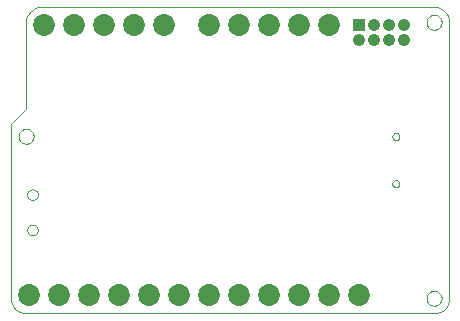
<source format=gbr>
G04 PROTEUS RS274X GERBER FILE*
%FSLAX45Y45*%
%MOMM*%
G01*
%ADD35C,1.854000*%
%AMPPAD041*
4,1,48,
-0.323000,0.526200,
0.323000,0.526200,
0.344120,0.525170,
0.364550,0.522160,
0.402970,0.510520,
0.437520,0.492040,
0.467460,0.467460,
0.492040,0.437520,
0.510520,0.402970,
0.522160,0.364550,
0.525170,0.344120,
0.526200,0.323000,
0.526200,-0.323000,
0.525170,-0.344120,
0.522160,-0.364550,
0.510520,-0.402970,
0.492040,-0.437520,
0.467460,-0.467460,
0.437520,-0.492040,
0.402970,-0.510520,
0.364550,-0.522160,
0.344120,-0.525170,
0.323000,-0.526200,
-0.323000,-0.526200,
-0.344120,-0.525170,
-0.364550,-0.522160,
-0.384200,-0.517240,
-0.402970,-0.510520,
-0.437520,-0.492040,
-0.467460,-0.467460,
-0.492040,-0.437520,
-0.510520,-0.402970,
-0.517240,-0.384200,
-0.522160,-0.364550,
-0.525170,-0.344120,
-0.526200,-0.323000,
-0.526200,0.323000,
-0.525170,0.344120,
-0.522160,0.364550,
-0.517240,0.384200,
-0.510520,0.402970,
-0.492040,0.437520,
-0.467460,0.467460,
-0.437520,0.492040,
-0.402970,0.510520,
-0.384200,0.517240,
-0.364550,0.522160,
-0.344120,0.525170,
-0.323000,0.526200,
0*%
%ADD47PPAD041*%
%ADD48C,1.052400*%
%ADD73C,0.025400*%
D35*
X+2540000Y+2286000D03*
X+2286000Y+2286000D03*
X+2032000Y+2286000D03*
X+1778000Y+2286000D03*
X+1524000Y+2286000D03*
X+1143000Y+2286000D03*
X+889000Y+2286000D03*
X+635000Y+2286000D03*
X+381000Y+2286000D03*
X+127000Y+2286000D03*
X+0Y+0D03*
X+254000Y+0D03*
X+508000Y+0D03*
X+762000Y+0D03*
X+1016000Y+0D03*
X+1270000Y+0D03*
X+1524000Y+0D03*
X+1778000Y+0D03*
X+2032000Y+0D03*
X+2286000Y+0D03*
X+2540000Y+0D03*
X+2794000Y+0D03*
X+2540000Y+2286000D03*
X+2286000Y+2286000D03*
X+2032000Y+2286000D03*
X+1778000Y+2286000D03*
X+1524000Y+2286000D03*
X+1143000Y+2286000D03*
X+889000Y+2286000D03*
X+635000Y+2286000D03*
X+381000Y+2286000D03*
X+127000Y+2286000D03*
X+0Y+0D03*
X+254000Y+0D03*
X+508000Y+0D03*
X+762000Y+0D03*
X+1016000Y+0D03*
X+1270000Y+0D03*
X+1524000Y+0D03*
X+1778000Y+0D03*
X+2032000Y+0D03*
X+2286000Y+0D03*
X+2540000Y+0D03*
X+2794000Y+0D03*
D47*
X+2794000Y+2286000D03*
D48*
X+2794000Y+2159000D03*
X+2921000Y+2286000D03*
X+2921000Y+2159000D03*
X+3048000Y+2286000D03*
X+3048000Y+2159000D03*
X+3175000Y+2286000D03*
X+3175000Y+2159000D03*
D73*
X-152400Y-25400D02*
X-149873Y-51367D01*
X-142602Y-75381D01*
X-131052Y-96977D01*
X-115689Y-115689D01*
X-96977Y-131052D01*
X-75381Y-142602D01*
X-51367Y-149873D01*
X-25400Y-152400D01*
X+3429000Y-152400D01*
X+3454967Y-149873D01*
X+3478981Y-142602D01*
X+3500577Y-131052D01*
X+3519289Y-115689D01*
X+3534652Y-96977D01*
X+3546202Y-75381D01*
X+3553473Y-51367D01*
X+3556000Y-25400D01*
X+3556000Y+2311400D01*
X+3553473Y+2337367D01*
X+3546202Y+2361381D01*
X+3534652Y+2382977D01*
X+3519289Y+2401689D01*
X+3500577Y+2417052D01*
X+3478981Y+2428602D01*
X+3454967Y+2435873D01*
X+3429000Y+2438400D01*
X+101600Y+2438400D01*
X+75632Y+2435873D01*
X+51618Y+2428602D01*
X+30023Y+2417052D01*
X+11311Y+2401689D01*
X-4052Y+2382977D01*
X-15602Y+2361381D01*
X-22873Y+2337367D01*
X-25400Y+2311400D01*
X-25400Y+1574800D01*
X-152400Y+1447800D01*
X-152400Y-25400D01*
X+3492500Y-25400D02*
X+3492283Y-20153D01*
X+3490518Y-9658D01*
X+3486826Y+837D01*
X+3480798Y+11332D01*
X+3471576Y+21712D01*
X+3461081Y+29400D01*
X+3450586Y+34318D01*
X+3440091Y+37124D01*
X+3429596Y+38097D01*
X+3429000Y+38100D01*
X+3365500Y-25400D02*
X+3365717Y-20153D01*
X+3367482Y-9658D01*
X+3371174Y+837D01*
X+3377202Y+11332D01*
X+3386424Y+21712D01*
X+3396919Y+29400D01*
X+3407414Y+34318D01*
X+3417909Y+37124D01*
X+3428404Y+38097D01*
X+3429000Y+38100D01*
X+3365500Y-25400D02*
X+3365717Y-30647D01*
X+3367482Y-41142D01*
X+3371174Y-51637D01*
X+3377202Y-62132D01*
X+3386424Y-72512D01*
X+3396919Y-80200D01*
X+3407414Y-85118D01*
X+3417909Y-87924D01*
X+3428404Y-88897D01*
X+3429000Y-88900D01*
X+3492500Y-25400D02*
X+3492283Y-30647D01*
X+3490518Y-41142D01*
X+3486826Y-51637D01*
X+3480798Y-62132D01*
X+3471576Y-72512D01*
X+3461081Y-80200D01*
X+3450586Y-85118D01*
X+3440091Y-87924D01*
X+3429596Y-88897D01*
X+3429000Y-88900D01*
X+3492500Y+2311400D02*
X+3492283Y+2316647D01*
X+3490518Y+2327142D01*
X+3486826Y+2337637D01*
X+3480798Y+2348132D01*
X+3471576Y+2358512D01*
X+3461081Y+2366200D01*
X+3450586Y+2371118D01*
X+3440091Y+2373924D01*
X+3429596Y+2374897D01*
X+3429000Y+2374900D01*
X+3365500Y+2311400D02*
X+3365717Y+2316647D01*
X+3367482Y+2327142D01*
X+3371174Y+2337637D01*
X+3377202Y+2348132D01*
X+3386424Y+2358512D01*
X+3396919Y+2366200D01*
X+3407414Y+2371118D01*
X+3417909Y+2373924D01*
X+3428404Y+2374897D01*
X+3429000Y+2374900D01*
X+3365500Y+2311400D02*
X+3365717Y+2306153D01*
X+3367482Y+2295658D01*
X+3371174Y+2285163D01*
X+3377202Y+2274668D01*
X+3386424Y+2264288D01*
X+3396919Y+2256600D01*
X+3407414Y+2251682D01*
X+3417909Y+2248876D01*
X+3428404Y+2247903D01*
X+3429000Y+2247900D01*
X+3492500Y+2311400D02*
X+3492283Y+2306153D01*
X+3490518Y+2295658D01*
X+3486826Y+2285163D01*
X+3480798Y+2274668D01*
X+3471576Y+2264288D01*
X+3461081Y+2256600D01*
X+3450586Y+2251682D01*
X+3440091Y+2248876D01*
X+3429596Y+2247903D01*
X+3429000Y+2247900D01*
X+38100Y+1346200D02*
X+37883Y+1351447D01*
X+36118Y+1361942D01*
X+32426Y+1372437D01*
X+26398Y+1382932D01*
X+17176Y+1393312D01*
X+6681Y+1401000D01*
X-3814Y+1405918D01*
X-14309Y+1408724D01*
X-24804Y+1409697D01*
X-25400Y+1409700D01*
X-88900Y+1346200D02*
X-88683Y+1351447D01*
X-86918Y+1361942D01*
X-83226Y+1372437D01*
X-77198Y+1382932D01*
X-67976Y+1393312D01*
X-57481Y+1401000D01*
X-46986Y+1405918D01*
X-36491Y+1408724D01*
X-25996Y+1409697D01*
X-25400Y+1409700D01*
X-88900Y+1346200D02*
X-88683Y+1340953D01*
X-86918Y+1330458D01*
X-83226Y+1319963D01*
X-77198Y+1309468D01*
X-67976Y+1299088D01*
X-57481Y+1291400D01*
X-46986Y+1286482D01*
X-36491Y+1283676D01*
X-25996Y+1282703D01*
X-25400Y+1282700D01*
X+38100Y+1346200D02*
X+37883Y+1340953D01*
X+36118Y+1330458D01*
X+32426Y+1319963D01*
X+26398Y+1309468D01*
X+17176Y+1299088D01*
X+6681Y+1291400D01*
X-3814Y+1286482D01*
X-14309Y+1283676D01*
X-24804Y+1282703D01*
X-25400Y+1282700D01*
X+3135700Y+943000D02*
X+3135597Y+945489D01*
X+3134755Y+950469D01*
X+3132995Y+955449D01*
X+3130118Y+960429D01*
X+3125717Y+965345D01*
X+3120737Y+968959D01*
X+3115757Y+971264D01*
X+3110777Y+972567D01*
X+3105797Y+973000D01*
X+3105700Y+973000D01*
X+3075700Y+943000D02*
X+3075803Y+945489D01*
X+3076645Y+950469D01*
X+3078405Y+955449D01*
X+3081282Y+960429D01*
X+3085683Y+965345D01*
X+3090663Y+968959D01*
X+3095643Y+971264D01*
X+3100623Y+972567D01*
X+3105603Y+973000D01*
X+3105700Y+973000D01*
X+3075700Y+943000D02*
X+3075803Y+940511D01*
X+3076645Y+935531D01*
X+3078405Y+930551D01*
X+3081282Y+925571D01*
X+3085683Y+920655D01*
X+3090663Y+917041D01*
X+3095643Y+914736D01*
X+3100623Y+913433D01*
X+3105603Y+913000D01*
X+3105700Y+913000D01*
X+3135700Y+943000D02*
X+3135597Y+940511D01*
X+3134755Y+935531D01*
X+3132995Y+930551D01*
X+3130118Y+925571D01*
X+3125717Y+920655D01*
X+3120737Y+917041D01*
X+3115757Y+914736D01*
X+3110777Y+913433D01*
X+3105797Y+913000D01*
X+3105700Y+913000D01*
X+3135700Y+1343000D02*
X+3135597Y+1345489D01*
X+3134755Y+1350469D01*
X+3132995Y+1355449D01*
X+3130118Y+1360429D01*
X+3125717Y+1365345D01*
X+3120737Y+1368959D01*
X+3115757Y+1371264D01*
X+3110777Y+1372567D01*
X+3105797Y+1373000D01*
X+3105700Y+1373000D01*
X+3075700Y+1343000D02*
X+3075803Y+1345489D01*
X+3076645Y+1350469D01*
X+3078405Y+1355449D01*
X+3081282Y+1360429D01*
X+3085683Y+1365345D01*
X+3090663Y+1368959D01*
X+3095643Y+1371264D01*
X+3100623Y+1372567D01*
X+3105603Y+1373000D01*
X+3105700Y+1373000D01*
X+3075700Y+1343000D02*
X+3075803Y+1340511D01*
X+3076645Y+1335531D01*
X+3078405Y+1330551D01*
X+3081282Y+1325571D01*
X+3085683Y+1320655D01*
X+3090663Y+1317041D01*
X+3095643Y+1314736D01*
X+3100623Y+1313433D01*
X+3105603Y+1313000D01*
X+3105700Y+1313000D01*
X+3135700Y+1343000D02*
X+3135597Y+1340511D01*
X+3134755Y+1335531D01*
X+3132995Y+1330551D01*
X+3130118Y+1325571D01*
X+3125717Y+1320655D01*
X+3120737Y+1317041D01*
X+3115757Y+1314736D01*
X+3110777Y+1313433D01*
X+3105797Y+1313000D01*
X+3105700Y+1313000D01*
X+73800Y+551800D02*
X+73645Y+555527D01*
X+72389Y+562982D01*
X+69759Y+570437D01*
X+65463Y+577892D01*
X+58893Y+585258D01*
X+51438Y+590691D01*
X+43983Y+594161D01*
X+36528Y+596131D01*
X+29073Y+596799D01*
X+28800Y+596800D01*
X-16200Y+551800D02*
X-16045Y+555527D01*
X-14789Y+562982D01*
X-12159Y+570437D01*
X-7863Y+577892D01*
X-1293Y+585258D01*
X+6162Y+590691D01*
X+13617Y+594161D01*
X+21072Y+596131D01*
X+28527Y+596799D01*
X+28800Y+596800D01*
X-16200Y+551800D02*
X-16045Y+548073D01*
X-14789Y+540618D01*
X-12159Y+533163D01*
X-7863Y+525708D01*
X-1293Y+518342D01*
X+6162Y+512909D01*
X+13617Y+509439D01*
X+21072Y+507469D01*
X+28527Y+506801D01*
X+28800Y+506800D01*
X+73800Y+551800D02*
X+73645Y+548073D01*
X+72389Y+540618D01*
X+69759Y+533163D01*
X+65463Y+525708D01*
X+58893Y+518342D01*
X+51438Y+512909D01*
X+43983Y+509439D01*
X+36528Y+507469D01*
X+29073Y+506801D01*
X+28800Y+506800D01*
X+73800Y+851800D02*
X+73645Y+855527D01*
X+72389Y+862982D01*
X+69759Y+870437D01*
X+65463Y+877892D01*
X+58893Y+885258D01*
X+51438Y+890691D01*
X+43983Y+894161D01*
X+36528Y+896131D01*
X+29073Y+896799D01*
X+28800Y+896800D01*
X-16200Y+851800D02*
X-16045Y+855527D01*
X-14789Y+862982D01*
X-12159Y+870437D01*
X-7863Y+877892D01*
X-1293Y+885258D01*
X+6162Y+890691D01*
X+13617Y+894161D01*
X+21072Y+896131D01*
X+28527Y+896799D01*
X+28800Y+896800D01*
X-16200Y+851800D02*
X-16045Y+848073D01*
X-14789Y+840618D01*
X-12159Y+833163D01*
X-7863Y+825708D01*
X-1293Y+818342D01*
X+6162Y+812909D01*
X+13617Y+809439D01*
X+21072Y+807469D01*
X+28527Y+806801D01*
X+28800Y+806800D01*
X+73800Y+851800D02*
X+73645Y+848073D01*
X+72389Y+840618D01*
X+69759Y+833163D01*
X+65463Y+825708D01*
X+58893Y+818342D01*
X+51438Y+812909D01*
X+43983Y+809439D01*
X+36528Y+807469D01*
X+29073Y+806801D01*
X+28800Y+806800D01*
M02*

</source>
